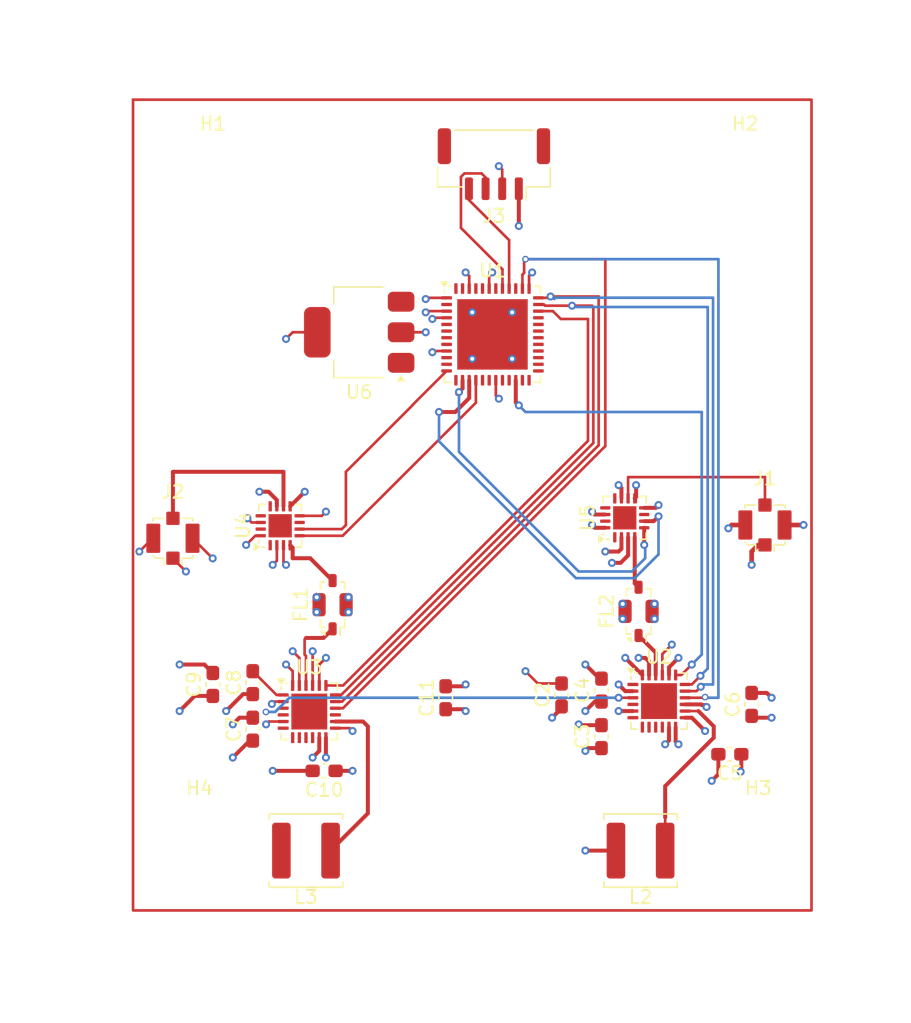
<source format=kicad_pcb>
(kicad_pcb (version 20241229) (generator "pcbnew") (generator_version "9.0")
  (layers (0 "F.Cu" signal) (4 "In1.Cu" signal) (6 "In2.Cu" signal) (2 "B.Cu" signal) (13 "F.Paste" user) (15 "B.Paste" user) (5 "F.SilkS" user "F.Silkscreen") (7 "B.SilkS" user "B.Silkscreen") (1 "F.Mask" user) (3 "B.Mask" user) (25 "Edge.Cuts" user))
  (net 0 "")
  (net 1 "GND")
  (net 2 "Net-(U2-VR_PA)")
  (net 3 "+3.3V")
  (net 4 "Net-(U3-VR_PA)")
  (net 5 "Net-(FL1-GND-Pad2)")
  (net 6 "Net-(FL1-OUT)")
  (net 7 "Net-(FL2-GND-Pad2)")
  (net 8 "Net-(FL2-OUT)")
  (net 9 "Net-(J1-In)")
  (net 10 "/VCC")
  (net 11 "Net-(U2-DCC_SW)")
  (net 12 "Net-(U3-DCC_SW)")
  (net 13 "/CS1")
  (net 17 "unconnected-(U1-IO32-Pad12)")
  (net 20 "/MOSI")
  (net 29 "/SCK")
  (net 31 "/TX")
  (net 37 "unconnected-(J1-Ext-Pad2)")
  (net 40 "/TXENO")
  (net 44 "/CS0")
  (net 48 "/TXEN1")
  (net 51 "Net-(U2-XTB)")
  (net 54 "/NRESET")
  (net 55 "/MISO")
  (net 57 "Net-(U2-XTA)")
  (net 59 "Net-(U3-XTA)")
  (net 63 "Net-(U3-XTB)")
  (net 70 "/RX")
  (net 72 "/RXEN0")
  (net 73 "unconnected-(U4-VI-Pad3)")
  (net 74 "/TXEN0")
  (net 75 "unconnected-(J2-Ext-Pad2)")
  (footprint "Filter:Filter_Mini-Circuits_FV1206-4" (layer "F.Cu") (at 197 110 90)
    (property "Reference" "FL1")
    (property "Value" "BFCN-2450")
  )
  (footprint "Package_DFN_QFN:QFN-16-1EP_3x3mm_P0.5mm_EP1.75x1.75mm" (layer "F.Cu") (at 218.9625 103.4625 90)
    (property "Reference" "U5")
    (property "Value" "~")
  )
  (footprint "Package_DFN_QFN:QFN-24-1EP_4x4mm_P0.5mm_EP2.7x2.7mm" (layer "F.Cu") (at 195.25 118.0375)
    (property "Reference" "U3")
    (property "Value" "~")
  )
  (footprint "MountingHole:MountingHole_3.2mm_M3" (layer "F.Cu") (at 229 128)
    (property "Reference" "H3")
    (property "Value" "MountingHole")
  )
  (footprint "Capacitor_SMD:C_0603_1608Metric_Pad1.08x0.95mm_HandSolder" (layer "F.Cu") (at 205.5 117 90)
    (property "Reference" "C11")
    (property "Value" "100nF")
  )
  (footprint "Capacitor_SMD:C_0603_1608Metric_Pad1.08x0.95mm_HandSolder" (layer "F.Cu") (at 191 119.3625 90)
    (property "Reference" "C7")
    (property "Value" "10nF")
  )
  (footprint "MountingHole:MountingHole_3.2mm_M3" (layer "F.Cu") (at 187 128)
    (property "Reference" "H4")
    (property "Value" "MountingHole")
  )
  (footprint "Filter:Filter_Mini-Circuits_FV1206-4" (layer "F.Cu") (at 220 110.5 90)
    (property "Reference" "FL2")
    (property "Value" "BFCN-2450")
  )
  (footprint "Capacitor_SMD:C_0603_1608Metric_Pad1.08x0.95mm_HandSolder" (layer "F.Cu") (at 191 115.8625 90)
    (property "Reference" "C8")
    (property "Value" "10nF")
  )
  (footprint "Capacitor_SMD:C_0603_1608Metric_Pad1.08x0.95mm_HandSolder" (layer "F.Cu") (at 228.5 117.5 90)
    (property "Reference" "C6")
    (property "Value" "100nF")
  )
  (footprint "Inductor_SMD:L_APV_ANR5045" (layer "F.Cu") (at 220.15 128.5 180)
    (property "Reference" "L2")
    (property "Value" "15uH KPL-SE9040-150")
  )
  (footprint "Capacitor_SMD:C_0603_1608Metric_Pad1.08x0.95mm_HandSolder" (layer "F.Cu") (at 217.2125 119.925 90)
    (property "Reference" "C3")
    (property "Value" "10nF")
  )
  (footprint "MountingHole:MountingHole_3.2mm_M3" (layer "F.Cu") (at 228 78)
    (property "Reference" "H2")
    (property "Value" "MountingHole")
  )
  (footprint "Package_TO_SOT_SMD:SOT-223-3_TabPin2" (layer "F.Cu") (at 199 89.5 180)
    (property "Reference" "U6")
    (property "Value" "~")
  )
  (footprint "Connector_Coaxial:U.FL_Molex_MCRF_73412-0110_Vertical" (layer "F.Cu") (at 185 105 180)
    (property "Reference" "J2")
    (property "Value" "Conn_Coaxial")
  )
  (footprint "Package_DFN_QFN:QFN-16-1EP_3x3mm_P0.5mm_EP1.75x1.75mm" (layer "F.Cu") (at 193.06 104.06 90)
    (property "Reference" "U4")
    (property "Value" "U6")
  )
  (footprint "Capacitor_SMD:C_0603_1608Metric_Pad1.08x0.95mm_HandSolder" (layer "F.Cu") (at 188 116 90)
    (property "Reference" "C9")
    (property "Value" "470nF")
  )
  (footprint "Connector_JST:JST_GH_SM04B-GHS-TB_1x04-1MP_P1.25mm_Horizontal" (layer "F.Cu") (at 209.125 76.85 180)
    (property "Reference" "J3")
    (property "Value" "Conn_01x04_Pin")
  )
  (footprint "Capacitor_SMD:C_0603_1608Metric_Pad1.08x0.95mm_HandSolder" (layer "F.Cu") (at 214.2125 116.7875 90)
    (property "Reference" "C2")
    (property "Value" "10nF")
  )
  (footprint "Capacitor_SMD:C_0603_1608Metric_Pad1.08x0.95mm_HandSolder" (layer "F.Cu") (at 217.2125 116.425 90)
    (property "Reference" "C4")
    (property "Value" "470nF")
  )
  (footprint "Inductor_SMD:L_APV_ANR5045" (layer "F.Cu") (at 195 128.5 180)
    (property "Reference" "L3")
    (property "Value" "15uH KPL-SE9040-150")
  )
  (footprint "Connector_Coaxial:U.FL_Molex_MCRF_73412-0110_Vertical" (layer "F.Cu") (at 229.5 104 180)
    (property "Reference" "J1")
    (property "Value" "Conn_Coaxial")
  )
  (footprint "Package_DFN_QFN:QFN-24-1EP_4x4mm_P0.5mm_EP2.7x2.7mm" (layer "F.Cu") (at 221.5375 117.25)
    (property "Reference" "U2")
    (property "Value" "~")
  )
  (footprint "Package_DFN_QFN:QFN-48-1EP_7x7mm_P0.5mm_EP5.3x5.3mm" (layer "F.Cu") (at 209.02 89.66)
    (property "Reference" "U1")
    (property "Value" "ESP32-PICO-D4")
  )
  (footprint "Capacitor_SMD:C_0603_1608Metric_Pad1.08x0.95mm_HandSolder" (layer "F.Cu") (at 226.8625 121.25 180)
    (property "Reference" "C5")
    (property "Value" "100nF")
  )
  (footprint "Capacitor_SMD:C_0603_1608Metric_Pad1.08x0.95mm_HandSolder" (layer "F.Cu") (at 196.3625 122.5 180)
    (property "Reference" "C10")
    (property "Value" "100nF")
  )
  (footprint "MountingHole:MountingHole_3.2mm_M3" (layer "F.Cu") (at 188 78)
    (property "Reference" "H1")
    (property "Value" "MountingHole")
  )
  (gr_rect (start 182 72) (end 233 133) (stroke (width 0.2)) (fill no) (layer "F.Cu"))
  (segment (start 219.7875 101.7125) (end 219.7875 102.2875) (width 0.2) (layer "F.Cu") (net 1))
  (segment (start 196.315 112.5) (end 197 111.815) (width 0.3) (layer "F.Cu") (net 1))
  (segment (start 221.7875 113.7125) (end 222.5 113) (width 0.2) (layer "F.Cu") (net 1))
  (segment (start 226 122.75) (end 225.5 123.25) (width 0.3) (layer "F.Cu") (net 1))
  (segment (start 209.02 89.98) (end 209.02 89.66) (width 0.3) (layer "F.Cu") (net 1))
  (segment (start 209.02 89.48) (end 210.5 88) (width 0.3) (layer "F.Cu") (net 1))
  (segment (start 206.8625 116.1375) (end 207 116) (width 0.3) (layer "F.Cu") (net 1))
  (segment (start 228.5 116.6375) (end 229.6375 116.6375) (width 0.3) (layer "F.Cu") (net 1))
  (segment (start 221.7875 115.2875) (end 221.7875 113.7125) (width 0.2) (layer "F.Cu") (net 1))
  (segment (start 209.02 90.02) (end 210.5 91.5) (width 0.3) (layer "F.Cu") (net 1))
  (segment (start 218.7125 105.7875) (end 218.7125 104.925) (width 0.3) (layer "F.Cu") (net 1))
  (segment (start 216.2125 120.7875) (end 216 121) (width 0.3) (layer "F.Cu") (net 1))
  (segment (start 193.81 102.5975) (end 194.9075 101.5) (width 0.3) (layer "F.Cu") (net 1))
  (segment (start 195 113.849943) (end 194.899 113.748943) (width 0.2) (layer "F.Cu") (net 1))
  (segment (start 185.5 114.5) (end 187.3625 114.5) (width 0.3) (layer "F.Cu") (net 1))
  (segment (start 190.775 120.225) (end 189.5 121.5) (width 0.3) (layer "F.Cu") (net 1))
  (segment (start 220.425 102.7125) (end 221.2875 102.7125) (width 0.3) (layer "F.Cu") (net 1))
  (segment (start 229.9375 117.0625) (end 230 117) (width 0.2) (layer "F.Cu") (net 1))
  (segment (start 191 120.225) (end 190.775 120.225) (width 0.3) (layer "F.Cu") (net 1))
  (segment (start 209.02 89.98) (end 207.5 91.5) (width 0.3) (layer "F.Cu") (net 1))
  (segment (start 221.2875 102.7125) (end 221.5 102.5) (width 0.3) (layer "F.Cu") (net 1))
  (segment (start 195 116.075) (end 195 113.849943) (width 0.2) (layer "F.Cu") (net 1))
  (segment (start 190.275 116.725) (end 189 118) (width 0.3) (layer "F.Cu") (net 1))
  (segment (start 220.7865 115.2865) (end 220.7875 115.2875) (width 0.3) (layer "F.Cu") (net 1))
  (segment (start 193.2875 118.7875) (end 192.2125 118.7875) (width 0.2) (layer "F.Cu") (net 1))
  (segment (start 196.19 103.31) (end 196.5 103) (width 0.2) (layer "F.Cu") (net 1))
  (segment (start 196 114.5) (end 196.5 114) (width 0.2) (layer "F.Cu") (net 1))
  (segment (start 209.02 89.66) (end 209.02 90.02) (width 0.3) (layer "F.Cu") (net 1))
  (segment (start 220.7865 114.2865) (end 220.7865 115.2865) (width 0.3) (layer "F.Cu") (net 1))
  (segment (start 208.66 89.66) (end 209.02 89.66) (width 0.3) (layer "F.Cu") (net 1))
  (segment (start 191 116.725) (end 190.275 116.725) (width 0.3) (layer "F.Cu") (net 1))
  (segment (start 218.651 106.849) (end 219.2125 106.2875) (width 0.3) (layer "F.Cu") (net 1))
  (segment (start 226 121.25) (end 226 122.75) (width 0.3) (layer "F.Cu") (net 1))
  (segment (start 209.02 89.66) (end 209.02 89.52) (width 0.3) (layer "F.Cu") (net 1))
  (segment (start 193.31 102.5975) (end 193.31 100) (width 0.3) (layer "F.Cu") (net 1))
  (segment (start 197 111.815) (end 196.815 112) (width 0.2) (layer "F.Cu") (net 1))
  (segment (start 197.2125 119.2875) (end 198.2875 119.2875) (width 0.2) (layer "F.Cu") (net 1))
  (segment (start 194.5 114) (end 194 113.5) (width 0.2) (layer "F.Cu") (net 1))
  (segment (start 229.6375 116.6375) (end 230 117) (width 0.3) (layer "F.Cu") (net 1))
  (segment (start 223.5 118.5) (end 224 118.5) (width 0.3) (layer "F.Cu") (net 1))
  (segment (start 220 112.315) (end 221.2875 113.6025) (width 0.3) (layer "F.Cu") (net 1))
  (segment (start 195.5 122.5) (end 192.5 122.5) (width 0.3) (layer "F.Cu") (net 1))
  (segment (start 218.7125 102) (end 218.7125 101.2125) (width 0.3) (layer "F.Cu") (net 1))
  (segment (start 220.5 114) (end 220.7865 114.2865) (width 0.3) (layer "F.Cu") (net 1))
  (segment (start 209.02 89.48) (end 209.02 89.66) (width 0.3) (layer "F.Cu") (net 1))
  (segment (start 217.2125 120.7875) (end 216.2125 120.7875) (width 0.3) (layer "F.Cu") (net 1))
  (segment (start 194.5 116.075) (end 194.5 114) (width 0.2) (layer "F.Cu") (net 1))
  (segment (start 219.8125 101.9) (end 219.7125 102) (width 0.3) (layer "F.Cu") (net 1))
  (segment (start 218.5 106) (end 218.7125 105.7875) (width 0.3) (layer "F.Cu") (net 1))
  (segment (start 202.15 89.5) (end 204 89.5) (width 0.2) (layer "F.Cu") (net 1))
  (segment (start 214.2125 117.7875) (end 213.5 118.5) (width 0.3) (layer "F.Cu") (net 1))
  (segment (start 214.2125 117.65) (end 214.2125 117.7875) (width 0.3) (layer "F.Cu") (net 1))
  (segment (start 219.2125 106.2875) (end 219.2125 104.925) (width 0.3) (layer "F.Cu") (net 1))
  (segment (start 209.16 89.66) (end 209.02 89.66) (width 0.3) (layer "F.Cu") (net 1))
  (segment (start 194 89.5) (end 193.5 90) (width 0.2) (layer "F.Cu") (net 1))
  (segment (start 194.5225 103.31) (end 196.19 103.31) (width 0.2) (layer "F.Cu") (net 1))
  (segment (start 192.2125 118.7875) (end 192 119) (width 0.2) (layer "F.Cu") (net 1))
  (segment (start 220 114) (end 220.5 114) (width 0.3) (layer "F.Cu") (net 1))
  (segment (start 194.899 113.748943) (end 194.899 112.601) (width 0.2) (layer "F.Cu") (net 1))
  (segment (start 222.2875 114.7125) (end 223 114) (width 0.3) (layer "F.Cu") (net 1))
  (segment (start 224 118.5) (end 225 119.5) (width 0.3) (layer "F.Cu") (net 1))
  (segment (start 187.3625 114.5) (end 188 115.1375) (width 0.3) (layer "F.Cu") (net 1))
  (segment (start 193.31 100) (end 185 100) (width 0.3) (layer "F.Cu") (net 1))
  (segment (start 222.2875 115.2875) (end 222.2875 114.7125) (width 0.3) (layer "F.Cu") (net 1))
  (segment (start 198.2875 119.2875) (end 198.5 119.5) (width 0.2) (layer "F.Cu") (net 1))
  (segment (start 194.9075 101.5) (end 195 101.5) (width 0.3) (layer "F.Cu") (net 1))
  (segment (start 192.18651 101.5) (end 191.5 101.5) (width 0.3) (layer "F.Cu") (net 1))
  (segment (start 209.02 89.52) (end 207.5 88) (width 0.3) (layer "F.Cu") (net 1))
  (segment (start 194.899 112.601) (end 195 112.5) (width 0.2) (layer "F.Cu") (net 1))
  (segment (start 195.5 116.075) (end 195.5 113.5) (width 0.2) (layer "F.Cu") (net 1))
  (segment (start 196 116.075) (end 196 114.5) (width 0.2) (layer "F.Cu") (net 1))
  (segment (start 194 116.075) (end 194 115) (width 0.2) (layer "F.Cu") (net 1))
  (segment (start 194 115) (end 193.5 114.5) (width 0.2) (layer "F.Cu") (net 1))
  (segment (start 217.2125 115.5625) (end 217.0625 115.5625) (width 0.2) (layer "F.Cu") (net 1))
  (segment (start 219.8125 101) (end 219.8125 101.9) (width 0.3) (layer "F.Cu") (net 1))
  (segment (start 195.85 89.5) (end 194 89.5) (width 0.2) (layer "F.Cu") (net 1))
  (segment (start 192.81 102.12349) (end 192.18651 101.5) (width 0.3) (layer "F.Cu") (net 1))
  (segment (start 185 100) (end 185 103.5) (width 0.3) (layer "F.Cu") (net 1))
  (segment (start 219.575 118) (end 218.5 118) (width 0.3) (layer "F.Cu") (net 1))
  (segment (start 192.81 102.5975) (end 192.81 102.12349) (width 0.3) (layer "F.Cu") (net 1))
  (segment (start 218.7125 101.2125) (end 218.5 101) (width 0.3) (layer "F.Cu") (net 1))
  (segment (start 211 78.7) (end 211 81.5) (width 0.3) (layer "F.Cu") (net 1))
  (segment (start 220.2875 115.2875) (end 219 114) (width 0.3) (layer "F.Cu") (net 1))
  (segment (start 195 112.5) (end 196.315 112.5) (width 0.3) (layer "F.Cu") (net 1))
  (segment (start 217.0625 115.5625) (end 216 114.5) (width 0.3) (layer "F.Cu") (net 1))
  (segment (start 205.5 116.1375) (end 206.8625 116.1375) (width 0.3) (layer "F.Cu") (net 1))
  (segment (start 218 106.849) (end 218.651 106.849) (width 0.3) (layer "F.Cu") (net 1))
  (segment (start 217.5 106) (end 218.5 106) (width 0.3) (layer "F.Cu") (net 1))
  (segment (start 221.2875 113.6025) (end 221.2875 115.2875) (width 0.3) (layer "F.Cu") (net 1))
  (via (at 189 118) (size 0.6) (drill 0.3) (layers "F.Cu" "B.Cu") (net 1))
  (via (at 218.5 118) (size 0.6) (drill 0.3) (layers "F.Cu" "B.Cu") (net 1))
  (via (at 225.5 123.25) (size 0.6) (drill 0.3) (layers "F.Cu" "B.Cu") (net 1))
  (via (at 195.5 113.5) (size 0.6) (drill 0.3) (layers "F.Cu" "B.Cu") (net 1))
  (via (at 191.5 101.5) (size 0.6) (drill 0.3) (layers "F.Cu" "B.Cu") (net 1))
  (via (at 218.5 101) (size 0.6) (drill 0.3) (layers "F.Cu" "B.Cu") (net 1))
  (via (at 204 89.5) (size 0.6) (drill 0.3) (layers "F.Cu" "B.Cu") (net 1))
  (via (at 196.5 114) (size 0.6) (drill 0.3) (layers "F.Cu" "B.Cu") (net 1))
  (via (at 225 119.5) (size 0.6) (drill 0.3) (layers "F.Cu" "B.Cu") (net 1))
  (via (at 219.8125 101) (size 0.6) (drill 0.3) (layers "F.Cu" "B.Cu") (net 1))
  (via (at 210.5 88) (size 0.6) (drill 0.3) (layers "F.Cu" "B.Cu") (net 1))
  (via (at 213.5 118.5) (size 0.6) (drill 0.3) (layers "F.Cu" "B.Cu") (net 1))
  (via (at 222.5 113) (size 0.6) (drill 0.3) (layers "F.Cu" "B.Cu") (net 1))
  (via (at 217.5 106) (size 0.6) (drill 0.3) (layers "F.Cu" "B.Cu") (net 1))
  (via (at 192 119) (size 0.6) (drill 0.3) (layers "F.Cu" "B.Cu") (net 1))
  (via (at 207.5 88) (size 0.6) (drill 0.3) (layers "F.Cu" "B.Cu") (net 1))
  (via (at 223 114) (size 0.6) (drill 0.3) (layers "F.Cu" "B.Cu") (net 1))
  (via (at 220 114) (size 0.6) (drill 0.3) (layers "F.Cu" "B.Cu") (net 1))
  (via (at 194.9075 101.5) (size 0.6) (drill 0.3) (layers "F.Cu" "B.Cu") (net 1))
  (via (at 193.5 114.5) (size 0.6) (drill 0.3) (layers "F.Cu" "B.Cu") (net 1))
  (via (at 216 114.5) (size 0.6) (drill 0.3) (layers "F.Cu" "B.Cu") (net 1))
  (via (at 207 116) (size 0.6) (drill 0.3) (layers "F.Cu" "B.Cu") (net 1))
  (via (at 198.5 119.5) (size 0.6) (drill 0.3) (layers "F.Cu" "B.Cu") (net 1))
  (via (at 207.5 91.5) (size 0.6) (drill 0.3) (layers "F.Cu" "B.Cu") (net 1))
  (via (at 192.5 122.5) (size 0.6) (drill 0.3) (layers "F.Cu" "B.Cu") (net 1))
  (via (at 196.5 103) (size 0.6) (drill 0.3) (layers "F.Cu" "B.Cu") (net 1))
  (via (at 210.5 91.5) (size 0.6) (drill 0.3) (layers "F.Cu" "B.Cu") (net 1))
  (via (at 194 113.5) (size 0.6) (drill 0.3) (layers "F.Cu" "B.Cu") (net 1))
  (via (at 216 121) (size 0.6) (drill 0.3) (layers "F.Cu" "B.Cu") (net 1))
  (via (at 221.5 102.5) (size 0.6) (drill 0.3) (layers "F.Cu" "B.Cu") (net 1))
  (via (at 193.5 90) (size 0.6) (drill 0.3) (layers "F.Cu" "B.Cu") (net 1))
  (via (at 218 106.849) (size 0.6) (drill 0.3) (layers "F.Cu" "B.Cu") (net 1))
  (via (at 189.5 121.5) (size 0.6) (drill 0.3) (layers "F.Cu" "B.Cu") (net 1))
  (via (at 230 117) (size 0.6) (drill 0.3) (layers "F.Cu" "B.Cu") (net 1))
  (via (at 185.5 114.5) (size 0.6) (drill 0.3) (layers "F.Cu" "B.Cu") (net 1))
  (via (at 211 81.5) (size 0.6) (drill 0.3) (layers "F.Cu" "B.Cu") (net 1))
  (via (at 219 114) (size 0.6) (drill 0.3) (layers "F.Cu" "B.Cu") (net 1))
  (segment (start 212.425 115.925) (end 211.5 115) (width 0.2) (layer "F.Cu") (net 2))
  (segment (start 214.2125 115.925) (end 212.425 115.925) (width 0.2) (layer "F.Cu") (net 2))
  (via (at 211.5 115) (size 0.6) (drill 0.3) (layers "F.Cu" "B.Cu") (net 2))
  (segment (start 224.751057 117.551) (end 224.700057 117.5) (width 0.3) (layer "F.Cu") (net 3))
  (segment (start 205.57 88.41) (end 204.59 88.41) (width 0.2) (layer "F.Cu") (net 3))
  (segment (start 215.5625 119.0625) (end 215.5 119) (width 0.3) (layer "F.Cu") (net 3))
  (segment (start 186.6375 116.8625) (end 185.5 118) (width 0.3) (layer "F.Cu") (net 3))
  (segment (start 224.700057 117.5) (end 223.5 117.5) (width 0.3) (layer "F.Cu") (net 3))
  (segment (start 224.97024 117.551) (end 224.751057 117.551) (width 0.3) (layer "F.Cu") (net 3))
  (segment (start 204.09 86.91) (end 204 87) (width 0.2) (layer "F.Cu") (net 3))
  (segment (start 216.7125 104.2125) (end 216.5 104) (width 0.3) (layer "F.Cu") (net 3))
  (segment (start 190.911 103.81) (end 190.601 103.5) (width 0.2) (layer "F.Cu") (net 3))
  (segment (start 219 116.5) (end 218.5 116) (width 0.3) (layer "F.Cu") (net 3))
  (segment (start 205.57 90.91) (end 204.59 90.91) (width 0.2) (layer "F.Cu") (net 3))
  (segment (start 204.59 90.91) (end 204.5 91) (width 0.2) (layer "F.Cu") (net 3))
  (segment (start 227.725 121.25) (end 227.725 122.5125) (width 0.3) (layer "F.Cu") (net 3))
  (segment (start 216.7125 117.2875) (end 216 118) (width 0.3) (layer "F.Cu") (net 3))
  (segment (start 205.5 117.8625) (end 206.8625 117.8625) (width 0.3) (layer "F.Cu") (net 3))
  (segment (start 196.5 120) (end 196.5 121.5) (width 0.3) (layer "F.Cu") (net 3))
  (segment (start 196 120) (end 196 121) (width 0.3) (layer "F.Cu") (net 3))
  (segment (start 205.57 86.91) (end 204.09 86.91) (width 0.2) (layer "F.Cu") (net 3))
  (segment (start 222.7875 119.2125) (end 222.7875 120.2875) (width 0.3) (layer "F.Cu") (net 3))
  (segment (start 217.2125 117.2875) (end 216.7125 117.2875) (width 0.3) (layer "F.Cu") (net 3))
  (segment (start 192.81 105.5225) (end 192.81 106.69) (width 0.2) (layer "F.Cu") (net 3))
  (segment (start 191.19 104.81) (end 190.5 105.5) (width 0.2) (layer "F.Cu") (net 3))
  (segment (start 219.575 116.5) (end 219 116.5) (width 0.3) (layer "F.Cu") (net 3))
  (segment (start 228.6375 118.5) (end 228.5 118.3625) (width 0.3) (layer "F.Cu") (net 3))
  (segment (start 190 118.5) (end 189.5 119) (width 0.3) (layer "F.Cu") (net 3))
  (segment (start 205.57 87.91) (end 204.09 87.91) (width 0.2) (layer "F.Cu") (net 3))
  (segment (start 191.5975 103.81) (end 190.911 103.81) (width 0.2) (layer "F.Cu") (net 3))
  (segment (start 204.59 88.41) (end 204.5 88.5) (width 0.2) (layer "F.Cu") (net 3))
  (segment (start 211.77 86.21) (end 211.77 85.23) (width 0.2) (layer "F.Cu") (net 3))
  (segment (start 192.81 106.69) (end 192.5 107) (width 0.2) (layer "F.Cu") (net 3))
  (segment (start 209.27 94.27) (end 209.5 94.5) (width 0.2) (layer "F.Cu") (net 3))
  (segment (start 227.725 122.5125) (end 227.675 122.5625) (width 0.3) (layer "F.Cu") (net 3))
  (segment (start 217.2125 119.0625) (end 215.5625 119.0625) (width 0.3) (layer "F.Cu") (net 3))
  (segment (start 209.27 93.11) (end 209.27 94.27) (width 0.2) (layer "F.Cu") (net 3))
  (segment (start 222.2875 120.2125) (end 222 120.5) (width 0.3) (layer "F.Cu") (net 3))
  (segment (start 208.77 85.23) (end 209 85) (width 0.2) (layer "F.Cu") (net 3))
  (segment (start 191.5975 104.81) (end 191.19 104.81) (width 0.2) (layer "F.Cu") (net 3))
  (segment (start 230 118.5) (end 228.6375 118.5) (width 0.3) (layer "F.Cu") (net 3))
  (segment (start 196 121) (end 195.5 121.5) (width 0.3) (layer "F.Cu") (net 3))
  (segment (start 207.27 85.27) (end 207 85) (width 0.2) (layer "F.Cu") (net 3))
  (segment (start 218.3 128.5) (end 216 128.5) (width 0.3) (layer "F.Cu") (net 3))
  (segment (start 217.5 103.2125) (end 216.7125 103.2125) (width 0.3) (layer "F.Cu") (net 3))
  (segment (start 222.2875 119.2125) (end 222.2875 120.2125) (width 0.3) (layer "F.Cu") (net 3))
  (segment (start 193.2875 117.2875) (end 192.615832 117.2875) (width 0.2) (layer "F.Cu") (net 3))
  (segment (start 198.5 122.5) (end 197.225 122.5) (width 0.3) (layer "F.Cu") (net 3))
  (segment (start 222.7875 119.2125) (end 222.7875 119.2875) (width 0.2) (layer "F.Cu") (net 3))
  (segment (start 191 118.5) (end 190 118.5) (width 0.3) (layer "F.Cu") (net 3))
  (segment (start 216.7125 103.2125) (end 216.5 103) (width 0.3) (layer "F.Cu") (net 3))
  (segment (start 225.110984 117.691744) (end 224.97024 117.551) (width 0.3) (layer "F.Cu") (net 3))
  (segment (start 211.77 85.23) (end 212 85) (width 0.2) (layer "F.Cu") (net 3))
  (segment (start 206.8625 117.8625) (end 207 118) (width 0.3) (layer "F.Cu") (net 3))
  (segment (start 222.7875 120.2875) (end 223 120.5) (width 0.3) (layer "F.Cu") (net 3))
  (segment (start 204.09 87.91) (end 204 88) (width 0.2) (layer "F.Cu") (net 3))
  (segment (start 188 116.8625) (end 186.6375 116.8625) (width 0.3) (layer "F.Cu") (net 3))
  (segment (start 207.27 86.21) (end 207.27 85.27) (width 0.2) (layer "F.Cu") (net 3))
  (segment (start 208.77 86.21) (end 208.77 85.23) (width 0.2) (layer "F.Cu") (net 3))
  (segment (start 217.5 104.2125) (end 216.7125 104.2125) (width 0.3) (layer "F.Cu") (net 3))
  (segment (start 192.615832 117.2875) (end 192.436812 117.46652) (width 0.2) (layer "F.Cu") (net 3))
  (via (at 207 118) (size 0.6) (drill 0.3) (layers "F.Cu" "B.Cu") (net 3))
  (via (at 195.5 121.5) (size 0.6) (drill 0.3) (layers "F.Cu" "B.Cu") (net 3))
  (via (at 216.5 104) (size 0.6) (drill 0.3) (layers "F.Cu" "B.Cu") (net 3))
  (via (at 204 87) (size 0.6) (drill 0.3) (layers "F.Cu" "B.Cu") (net 3))
  (via (at 222 120.5) (size 0.6) (drill 0.3) (layers "F.Cu" "B.Cu") (net 3))
  (via (at 216 118) (size 0.6) (drill 0.3) (layers "F.Cu" "B.Cu") (net 3))
  (via (at 215.5 119) (size 0.6) (drill 0.3) (layers "F.Cu" "B.Cu") (net 3))
  (via (at 212 85) (size 0.6) (drill 0.3) (layers "F.Cu" "B.Cu") (net 3))
  (via (at 198.5 122.5) (size 0.6) (drill 0.3) (layers "F.Cu" "B.Cu") (net 3))
  (via (at 223 120.5) (size 0.6) (drill 0.3) (layers "F.Cu" "B.Cu") (net 3))
  (via (at 204.5 88.5) (size 0.6) (drill 0.3) (layers "F.Cu" "B.Cu") (net 3))
  (via (at 218.5 116) (size 0.6) (drill 0.3) (layers "F.Cu" "B.Cu") (net 3))
  (via (at 204.5 91) (size 0.6) (drill 0.3) (layers "F.Cu" "B.Cu") (net 3))
  (via (at 225.110984 117.691744) (size 0.6) (drill 0.3) (layers "F.Cu" "B.Cu") (net 3))
  (via (at 192.5 107) (size 0.6) (drill 0.3) (layers "F.Cu" "B.Cu") (net 3))
  (via (at 216.5 103) (size 0.6) (drill 0.3) (layers "F.Cu" "B.Cu") (net 3))
  (via (at 185.5 118) (size 0.6) (drill 0.3) (layers "F.Cu" "B.Cu") (net 3))
  (via (at 207 85) (size 0.6) (drill 0.3) (layers "F.Cu" "B.Cu") (net 3))
  (via (at 192.436812 117.46652) (size 0.6) (drill 0.3) (layers "F.Cu" "B.Cu") (net 3))
  (via (at 216 128.5) (size 0.6) (drill 0.3) (layers "F.Cu" "B.Cu") (net 3))
  (via (at 196.5 121.5) (size 0.6) (drill 0.3) (layers "F.Cu" "B.Cu") (net 3))
  (via (at 230 118.5) (size 0.6) (drill 0.3) (layers "F.Cu" "B.Cu") (net 3))
  (via (at 190.5 105.5) (size 0.6) (drill 0.3) (layers "F.Cu" "B.Cu") (net 3))
  (via (at 190.601 103.5) (size 0.6) (drill 0.3) (layers "F.Cu" "B.Cu") (net 3))
  (via (at 209.5 94.5) (size 0.6) (drill 0.3) (layers "F.Cu" "B.Cu") (net 3))
  (via (at 209 85) (size 0.6) (drill 0.3) (layers "F.Cu" "B.Cu") (net 3))
  (via (at 204 88) (size 0.6) (drill 0.3) (layers "F.Cu" "B.Cu") (net 3))
  (via (at 227.675 122.5625) (size 0.6) (drill 0.3) (layers "F.Cu" "B.Cu") (net 3))
  (via (at 189.5 119) (size 0.6) (drill 0.3) (layers "F.Cu" "B.Cu") (net 3))
  (segment (start 193.2875 116.7875) (end 192.7875 116.7875) (width 0.2) (layer "F.Cu") (net 4))
  (segment (start 192.7875 116.7875) (end 191 115) (width 0.2) (layer "F.Cu") (net 4))
  (segment (start 194 106.5) (end 194 105.7125) (width 0.3) (layer "F.Cu") (net 6))
  (segment (start 197 108.185) (end 195.315 106.5) (width 0.3) (layer "F.Cu") (net 6))
  (segment (start 195.315 106.5) (end 194 106.5) (width 0.3) (layer "F.Cu") (net 6))
  (segment (start 193.81 105.5225) (end 193.81 105.81) (width 0.2) (layer "F.Cu") (net 6))
  (segment (start 194 105.7125) (end 193.81 105.5225) (width 0.3) (layer "F.Cu") (net 6))
  (segment (start 219.7125 108.3975) (end 220 108.685) (width 0.3) (layer "F.Cu") (net 8))
  (segment (start 219.7125 104.925) (end 219.7125 108.3975) (width 0.3) (layer "F.Cu") (net 8))
  (segment (start 219.2125 102.2875) (end 219.2125 100.399) (width 0.2) (layer "F.Cu") (net 9))
  (segment (start 219.2125 100.399) (end 229.5 100.399) (width 0.2) (layer "F.Cu") (net 9))
  (segment (start 229.5 100.399) (end 229.5 102.5) (width 0.2) (layer "F.Cu") (net 9))
  (segment (start 209.75 78.7) (end 209.75 77.25) (width 0.2) (layer "F.Cu") (net 10))
  (segment (start 209.75 77.25) (end 209.5 77) (width 0.2) (layer "F.Cu") (net 10))
  (via (at 209.5 77) (size 0.6) (drill 0.3) (layers "F.Cu" "B.Cu") (net 10))
  (segment (start 222 125.5) (end 222 123.651) (width 0.3) (layer "F.Cu") (net 11))
  (segment (start 222 126) (end 222 125.5) (width 0.3) (layer "F.Cu") (net 11))
  (segment (start 225.651 119.151) (end 224.5 118) (width 0.3) (layer "F.Cu") (net 11))
  (segment (start 222 123.651) (end 225.651 120) (width 0.3) (layer "F.Cu") (net 11))
  (segment (start 225.651 120) (end 225.651 119.151) (width 0.3) (layer "F.Cu") (net 11))
  (segment (start 222 128.5) (end 222 125.5) (width 0.2) (layer "F.Cu") (net 11))
  (segment (start 224.5 118) (end 223.5 118) (width 0.2) (layer "F.Cu") (net 11))
  (segment (start 223.8625 118) (end 223.5 118) (width 0.1) (layer "F.Cu") (net 11))
  (segment (start 199.2875 118.7875) (end 199.651 119.151) (width 0.3) (layer "F.Cu") (net 12))
  (segment (start 197.2125 118.7875) (end 199.2875 118.7875) (width 0.3) (layer "F.Cu") (net 12))
  (segment (start 199.651 125.699) (end 196.85 128.5) (width 0.3) (layer "F.Cu") (net 12))
  (segment (start 199.651 119.151) (end 199.651 125.699) (width 0.3) (layer "F.Cu") (net 12))
  (segment (start 196.5 116.075) (end 197.7908 116.075) (width 0.2) (layer "F.Cu") (net 13))
  (segment (start 216.198 97.6678) (end 216.198 88.5) (width 0.2) (layer "F.Cu") (net 13))
  (segment (start 213.560057 87.91) (end 212.47 87.91) (width 0.2) (layer "F.Cu") (net 13))
  (segment (start 216.198 88.5) (end 214.150057 88.5) (width 0.2) (layer "F.Cu") (net 13))
  (segment (start 214.150057 88.5) (end 213.560057 87.91) (width 0.2) (layer "F.Cu") (net 13))
  (segment (start 197.7908 116.075) (end 216.198 97.6678) (width 0.2) (layer "F.Cu") (net 13))
  (segment (start 203 95) (end 203 94.98) (width 0.2) (layer "F.Cu") (net 17))
  (segment (start 197.693611 104.31) (end 198 104.003611) (width 0.2) (layer "F.Cu") (net 17))
  (segment (start 203 94.98) (end 205.57 92.41) (width 0.2) (layer "F.Cu") (net 17))
  (segment (start 198 104.003611) (end 198 100) (width 0.2) (layer "F.Cu") (net 17))
  (segment (start 198 100) (end 203 95) (width 0.2) (layer "F.Cu") (net 17))
  (segment (start 194.5225 104.31) (end 197.693611 104.31) (width 0.2) (layer "F.Cu") (net 17))
  (segment (start 217 98) (end 197.7125 117.2875) (width 0.2) (layer "F.Cu") (net 20))
  (segment (start 197.7125 117.2875) (end 197.2125 117.2875) (width 0.2) (layer "F.Cu") (net 20))
  (segment (start 223.5 116.5) (end 224.349944 116.5) (width 0.2) (layer "F.Cu") (net 20))
  (segment (start 224.349944 116.5) (end 224.674972 116.174972) (width 0.2) (layer "F.Cu") (net 20))
  (segment (start 213.382781 86.81) (end 217 86.81) (width 0.2) (layer "F.Cu") (net 20))
  (segment (start 213.382781 86.81) (end 213.282781 86.91) (width 0.2) (layer "F.Cu") (net 20))
  (segment (start 217 86.81) (end 217 98) (width 0.2) (layer "F.Cu") (net 20))
  (segment (start 213.282781 86.91) (end 212.47 86.91) (width 0.2) (layer "F.Cu") (net 20))
  (via (at 213.382781 86.81) (size 0.6) (drill 0.3) (layers "F.Cu" "B.Cu") (net 20))
  (via (at 224.674972 116.174972) (size 0.6) (drill 0.3) (layers "F.Cu" "B.Cu") (net 20))
  (segment (start 213.661419 86.988638) (end 213.751057 86.899) (width 0.2) (layer "B.Cu") (net 20))
  (segment (start 224.849944 116) (end 224.674972 116.174972) (width 0.2) (layer "B.Cu") (net 20))
  (segment (start 217 86.901) (end 225.599 86.901) (width 0.2) (layer "B.Cu") (net 20))
  (segment (start 213.751057 86.899) (end 216.998 86.899) (width 0.2) (layer "B.Cu") (net 20))
  (segment (start 213.482781 86.81) (end 213.661419 86.988638) (width 0.2) (layer "B.Cu") (net 20))
  (segment (start 213.382781 86.81) (end 213.482781 86.81) (width 0.2) (layer "B.Cu") (net 20))
  (segment (start 225.599 116) (end 224.849944 116) (width 0.2) (layer "B.Cu") (net 20))
  (segment (start 225.599 86.901) (end 225.599 116) (width 0.2) (layer "B.Cu") (net 20))
  (segment (start 216.998 86.899) (end 217 86.901) (width 0.2) (layer "B.Cu") (net 20))
  (segment (start 197.6454 116.7875) (end 197.2125 116.7875) (width 0.2) (layer "F.Cu") (net 29))
  (segment (start 216.5 87.5) (end 216.599 87.599) (width 0.2) (layer "F.Cu") (net 29))
  (segment (start 224 116) (end 223.5 116) (width 0.2) (layer "F.Cu") (net 29))
  (segment (start 215 87.5) (end 212.975798 87.5) (width 0.2) (layer "F.Cu") (net 29))
  (segment (start 212.975798 87.5) (end 212.885798 87.41) (width 0.2) (layer "F.Cu") (net 29))
  (segment (start 224.651535 115.348465) (end 224 116) (width 0.2) (layer "F.Cu") (net 29))
  (segment (start 216.599 87.599) (end 216.599 97.8339) (width 0.2) (layer "F.Cu") (net 29))
  (segment (start 212.885798 87.41) (end 212.47 87.41) (width 0.2) (layer "F.Cu") (net 29))
  (segment (start 216.599 97.8339) (end 197.6454 116.7875) (width 0.2) (layer "F.Cu") (net 29))
  (segment (start 215 87.5) (end 216.5 87.5) (width 0.2) (layer "F.Cu") (net 29))
  (via (at 215 87.5) (size 0.6) (drill 0.3) (layers "F.Cu" "B.Cu") (net 29))
  (via (at 224.651535 115.348465) (size 0.6) (drill 0.3) (layers "F.Cu" "B.Cu") (net 29))
  (segment (start 224.651535 115.348465) (end 225.198 114.802) (width 0.2) (layer "B.Cu") (net 29))
  (segment (start 215.099 87.599) (end 215 87.5) (width 0.2) (layer "B.Cu") (net 29))
  (segment (start 225.198 87.599) (end 215.099 87.599) (width 0.2) (layer "B.Cu") (net 29))
  (segment (start 225.198 114.802) (end 225.198 87.599) (width 0.2) (layer "B.Cu") (net 29))
  (segment (start 206.909032 77.549) (end 208.198999 77.549) (width 0.2) (layer "F.Cu") (net 31))
  (segment (start 209.77 86.21) (end 209.77 84.77) (width 0.2) (layer "F.Cu") (net 31))
  (segment (start 208.5 77.850001) (end 208.5 78.7) (width 0.2) (layer "F.Cu") (net 31))
  (segment (start 206.649 77.809032) (end 206.909032 77.549) (width 0.2) (layer "F.Cu") (net 31))
  (segment (start 209.77 84.77) (end 206.649 81.649) (width 0.2) (layer "F.Cu") (net 31))
  (segment (start 208.198999 77.549) (end 208.5 77.850001) (width 0.2) (layer "F.Cu") (net 31))
  (segment (start 206.649 81.649) (end 206.649 77.809032) (width 0.2) (layer "F.Cu") (net 31))
  (segment (start 229 105.5) (end 229.5 105.5) (width 0.35) (layer "F.Cu") (net 37))
  (segment (start 232.4 104) (end 230.975 104) (width 0.35) (layer "F.Cu") (net 37))
  (segment (start 228.5 107) (end 228.5 106) (width 0.35) (layer "F.Cu") (net 37))
  (segment (start 228.5 106) (end 229 105.5) (width 0.35) (layer "F.Cu") (net 37))
  (segment (start 227 104) (end 228.025 104) (width 0.35) (layer "F.Cu") (net 37))
  (segment (start 226.75 104.25) (end 227 104) (width 0.35) (layer "F.Cu") (net 37))
  (via (at 228.5 107) (size 0.6) (drill 0.3) (layers "F.Cu" "B.Cu") (net 37))
  (via (at 226.75 104.25) (size 0.6) (drill 0.3) (layers "F.Cu" "B.Cu") (net 37))
  (via (at 232.4 104) (size 0.6) (drill 0.3) (layers "F.Cu" "B.Cu") (net 37))
  (segment (start 206.369997 94.130003) (end 206.5 94) (width 0.3) (layer "F.Cu") (net 40))
  (segment (start 206.77 93.73) (end 206.77 93.11) (width 0.3) (layer "F.Cu") (net 40))
  (segment (start 220.425 105.5) (end 220.425 104.2125) (width 0.3) (layer "F.Cu") (net 40))
  (segment (start 206.369997 94.130003) (end 206.77 93.73) (width 0.3) (layer "F.Cu") (net 40))
  (via (at 206.5 94) (size 0.6) (drill 0.3) (layers "F.Cu" "B.Cu") (net 40))
  (via (at 220.425 105.5) (size 0.6) (drill 0.3) (layers "F.Cu" "B.Cu") (net 40))
  (segment (start 206.501 98.501001) (end 206.501 96.012091) (width 0.2) (layer "B.Cu") (net 40))
  (segment (start 206.5 96.011091) (end 206.5 94) (width 0.2) (layer "B.Cu") (net 40))
  (segment (start 220.5 106.500001) (end 219.501001 107.499) (width 0.2) (layer "B.Cu") (net 40))
  (segment (start 215.498999 107.499) (end 206.501 98.501001) (width 0.2) (layer "B.Cu") (net 40))
  (segment (start 220.5 105.575) (end 220.5 106.500001) (width 0.2) (layer "B.Cu") (net 40))
  (segment (start 220.425 105.5) (end 220.5 105.575) (width 0.3) (layer "B.Cu") (net 40))
  (segment (start 219.501001 107.499) (end 215.498999 107.499) (width 0.2) (layer "B.Cu") (net 40))
  (segment (start 222.7875 115.2875) (end 223.2125 115.2875) (width 0.2) (layer "F.Cu") (net 44))
  (segment (start 210.77 94.77) (end 210.77 93.11) (width 0.3) (layer "F.Cu") (net 44))
  (segment (start 223.2125 115.2875) (end 224 114.5) (width 0.2) (layer "F.Cu") (net 44))
  (segment (start 222.7875 115.2875) (end 222.7875 115.2125) (width 0.2) (layer "F.Cu") (net 44))
  (segment (start 211 95) (end 210.77 94.77) (width 0.3) (layer "F.Cu") (net 44))
  (via (at 224 114.5) (size 0.6) (drill 0.3) (layers "F.Cu" "B.Cu") (net 44))
  (via (at 224 114.5) (size 0.6) (drill 0.3) (layers "F.Cu" "B.Cu") (net 44))
  (via (at 211 95) (size 0.6) (drill 0.3) (layers "F.Cu" "B.Cu") (net 44))
  (segment (start 211.5 95.5) (end 224.747 95.5) (width 0.2) (layer "B.Cu") (net 44))
  (segment (start 211 95) (end 211.5 95.5) (width 0.2) (layer "B.Cu") (net 44))
  (segment (start 224.747 95.5) (end 224.747 113.753) (width 0.2) (layer "B.Cu") (net 44))
  (segment (start 224.747 113.753) (end 224 114.5) (width 0.2) (layer "B.Cu") (net 44))
  (segment (start 197.760711 104.81) (end 207.77 94.800711) (width 0.2) (layer "F.Cu") (net 48))
  (segment (start 207.77 94.73) (end 207.77 93.11) (width 0.1) (layer "F.Cu") (net 48))
  (segment (start 207.77 94.800711) (end 207.77 93.11) (width 0.2) (layer "F.Cu") (net 48))
  (segment (start 194.5225 104.81) (end 197.760711 104.81) (width 0.2) (layer "F.Cu") (net 48))
  (segment (start 193.060486 117.7635) (end 192.919064 117.7635) (width 0.1) (layer "F.Cu") (net 54))
  (segment (start 192.895064 117.7875) (end 192.665044 118.01752) (width 0.1) (layer "F.Cu") (net 54))
  (segment (start 192.665044 118.01752) (end 192.01752 118.01752) (width 0.1) (layer "F.Cu") (net 54))
  (segment (start 192.919064 117.7635) (end 192.665044 118.01752) (width 0.1) (layer "F.Cu") (net 54))
  (segment (start 191.986787 118.06752) (end 191.986787 118.059212) (width 0.1) (layer "F.Cu") (net 54))
  (segment (start 219.575 117) (end 219.524 117.051) (width 0.1) (layer "F.Cu") (net 54))
  (segment (start 219.575 117) (end 218.5 117) (width 0.2) (layer "F.Cu") (net 54))
  (segment (start 192.01752 118.028479) (end 192.01752 118.01752) (width 0.1) (layer "F.Cu") (net 54))
  (segment (start 193.2875 117.7875) (end 192.895064 117.7875) (width 0.1) (layer "F.Cu") (net 54))
  (segment (start 191.986787 118.059212) (end 192.01752 118.028479) (width 0.1) (layer "F.Cu") (net 54))
  (segment (start 192.01752 118.01752) (end 192 118) (width 0.1) (layer "F.Cu") (net 54))
  (via (at 218.5 117) (size 0.6) (drill 0.3) (layers "F.Cu" "B.Cu") (net 54))
  (via (at 191.986787 118.06752) (size 0.5) (drill 0.3) (layers "F.Cu" "B.Cu") (net 54))
  (segment (start 191.986787 118.06752) (end 192.685755 118.06752) (width 0.2) (layer "B.Cu") (net 54))
  (segment (start 192.685755 118.06752) (end 193.753275 117) (width 0.2) (layer "B.Cu") (net 54))
  (segment (start 193.753275 117) (end 218.5 117) (width 0.2) (layer "B.Cu") (net 54))
  (segment (start 217.5 98.0671) (end 217.5 84) (width 0.2) (layer "F.Cu") (net 55))
  (segment (start 197.2125 117.7875) (end 197.7796 117.7875) (width 0.2) (layer "F.Cu") (net 55))
  (segment (start 217.5 84) (end 211.5 84) (width 0.2) (layer "F.Cu") (net 55))
  (segment (start 211.399 84.101) (end 211.399 85.0339) (width 0.2) (layer "F.Cu") (net 55))
  (segment (start 211.27 85.1629) (end 211.27 86.21) (width 0.2) (layer "F.Cu") (net 55))
  (segment (start 224.95 117) (end 225 116.95) (width 0.2) (layer "F.Cu") (net 55))
  (segment (start 197.7796 117.7875) (end 217.5 98.0671) (width 0.2) (layer "F.Cu") (net 55))
  (segment (start 223.5 117) (end 224.95 117) (width 0.2) (layer "F.Cu") (net 55))
  (segment (start 211.399 85.0339) (end 211.27 85.1629) (width 0.2) (layer "F.Cu") (net 55))
  (segment (start 211.5 84) (end 211.399 84.101) (width 0.2) (layer "F.Cu") (net 55))
  (via (at 225 116.95) (size 0.5) (drill 0.3) (layers "F.Cu" "B.Cu") (net 55))
  (via (at 211.5 84) (size 0.5) (drill 0.3) (layers "F.Cu" "B.Cu") (net 55))
  (segment (start 226 115.417044) (end 226 117) (width 0.2) (layer "B.Cu") (net 55))
  (segment (start 211.5 84) (end 226.002 84) (width 0.2) (layer "B.Cu") (net 55))
  (segment (start 226 117) (end 225.05 117) (width 0.2) (layer "B.Cu") (net 55))
  (segment (start 226.002 84) (end 226.002 115.415044) (width 0.2) (layer "B.Cu") (net 55))
  (segment (start 226.002 115.415044) (end 226 115.417044) (width 0.2) (layer "B.Cu") (net 55))
  (segment (start 225.05 117) (end 225 116.95) (width 0.2) (layer "B.Cu") (net 55))
  (segment (start 207.25 79.549999) (end 207.25 78.7) (width 0.2) (layer "F.Cu") (net 70))
  (segment (start 210.27 86.21) (end 210.27 82.569999) (width 0.2) (layer "F.Cu") (net 70))
  (segment (start 210.27 82.569999) (end 207.25 79.549999) (width 0.2) (layer "F.Cu") (net 70))
  (segment (start 207.27 94.452182) (end 207.27 93.11) (width 0.3) (layer "F.Cu") (net 72))
  (segment (start 205 95.5) (end 206.222182 95.5) (width 0.3) (layer "F.Cu") (net 72))
  (segment (start 206.222182 95.5) (end 207.27 94.452182) (width 0.3) (layer "F.Cu") (net 72))
  (segment (start 221.1375 103.7125) (end 221.5 103.35) (width 0.3) (layer "F.Cu") (net 72))
  (segment (start 207.27 93.11) (end 207.221 93.159) (width 0.2) (layer "F.Cu") (net 72))
  (segment (start 220.425 103.7125) (end 221.1375 103.7125) (width 0.3) (layer "F.Cu") (net 72))
  (via (at 205 95.5) (size 0.6) (drill 0.3) (layers "F.Cu" "B.Cu") (net 72))
  (via (at 221.5 103.35) (size 0.6) (drill 0.3) (layers "F.Cu" "B.Cu") (net 72))
  (segment (start 219.708521 108) (end 215.291479 108) (width 0.2) (layer "B.Cu") (net 72))
  (segment (start 205 97.708521) (end 205 95.5) (width 0.2) (layer "B.Cu") (net 72))
  (segment (start 215.291479 108) (end 205 97.708521) (width 0.2) (layer "B.Cu") (net 72))
  (segment (start 221.5 103.35) (end 221.5 106.208521) (width 0.2) (layer "B.Cu") (net 72))
  (segment (start 221.5 106.208521) (end 219.708521 108) (width 0.2) (layer "B.Cu") (net 72))
  (segment (start 193.31 106.81) (end 193.5 107) (width 0.2) (layer "F.Cu") (net 73))
  (segment (start 193.31 105.5225) (end 193.31 106.81) (width 0.2) (layer "F.Cu") (net 73))
  (via (at 193.5 107) (size 0.6) (drill 0.3) (layers "F.Cu" "B.Cu") (net 73))
  (segment (start 185 106.525) (end 185.975 107.5) (width 0.2) (layer "F.Cu") (net 75))
  (segment (start 183.475 105) (end 182.475 106) (width 0.2) (layer "F.Cu") (net 75))
  (segment (start 186.475 105) (end 187.9875 106.5125) (width 0.2) (layer "F.Cu") (net 75))
  (segment (start 185 106.5) (end 185 106.525) (width 0.2) (layer "F.Cu") (net 75))
  (segment (start 183.525 105) (end 183.475 105) (width 0.2) (layer "F.Cu") (net 75))
  (via (at 185.975 107.5) (size 0.6) (drill 0.3) (layers "F.Cu" "B.Cu") (net 75))
  (via (at 182.475 106) (size 0.6) (drill 0.3) (layers "F.Cu" "B.Cu") (net 75))
  (via (at 187.9875 106.5125) (size 0.6) (drill 0.3) (layers "F.Cu" "B.Cu") (net 75))
)
</source>
